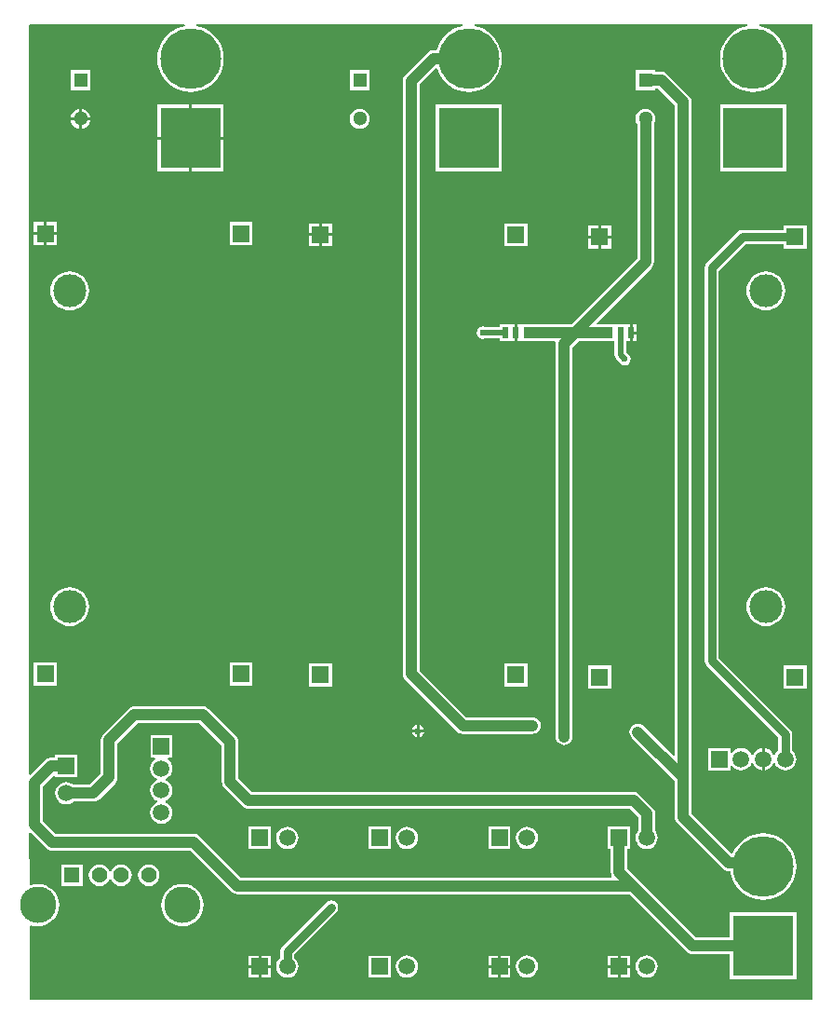
<source format=gbl>
G04*
G04 #@! TF.GenerationSoftware,Altium Limited,Altium Designer,20.1.8 (145)*
G04*
G04 Layer_Physical_Order=2*
G04 Layer_Color=16711680*
%FSLAX25Y25*%
%MOIN*%
G70*
G04*
G04 #@! TF.SameCoordinates,1FDAB6DA-E141-4DA2-B8DD-458AA00E26A3*
G04*
G04*
G04 #@! TF.FilePolarity,Positive*
G04*
G01*
G75*
%ADD14C,0.01000*%
%ADD17C,0.01968*%
%ADD28C,0.05118*%
%ADD29R,0.05118X0.05118*%
%ADD37C,0.03937*%
%ADD38C,0.02953*%
%ADD39C,0.11811*%
%ADD40C,0.21717*%
%ADD41R,0.21717X0.21717*%
%ADD42R,0.06299X0.06299*%
%ADD43C,0.05906*%
%ADD44R,0.05906X0.05906*%
%ADD45R,0.05622X0.05622*%
%ADD46C,0.05622*%
%ADD47C,0.13055*%
%ADD48R,0.05906X0.05906*%
%ADD49C,0.02362*%
%ADD50R,0.01968X0.03937*%
G36*
X60890Y356693D02*
X60949Y356193D01*
X59316Y355801D01*
X57592Y355087D01*
X56001Y354111D01*
X54581Y352899D01*
X53369Y351480D01*
X52394Y349888D01*
X51679Y348164D01*
X51244Y346349D01*
X51097Y344488D01*
X51244Y342627D01*
X51679Y340812D01*
X52394Y339088D01*
X53369Y337496D01*
X54581Y336077D01*
X56001Y334865D01*
X57592Y333890D01*
X59316Y333175D01*
X61131Y332740D01*
X62992Y332593D01*
X64853Y332740D01*
X66668Y333175D01*
X68392Y333890D01*
X69984Y334865D01*
X71403Y336077D01*
X72615Y337496D01*
X73591Y339088D01*
X74305Y340812D01*
X74741Y342627D01*
X74887Y344488D01*
X74741Y346349D01*
X74305Y348164D01*
X73591Y349888D01*
X72615Y351480D01*
X71403Y352899D01*
X69984Y354111D01*
X68392Y355087D01*
X66668Y355801D01*
X65035Y356193D01*
X65094Y356693D01*
X160496Y356693D01*
X160555Y356193D01*
X158923Y355801D01*
X157198Y355087D01*
X155607Y354111D01*
X154187Y352899D01*
X152975Y351480D01*
X152000Y349888D01*
X151286Y348164D01*
X151122Y347482D01*
X150000D01*
X149225Y347380D01*
X148503Y347081D01*
X147883Y346605D01*
X140009Y338731D01*
X139533Y338111D01*
X139234Y337389D01*
X139132Y336614D01*
Y124409D01*
X139234Y123635D01*
X139533Y122912D01*
X140009Y122292D01*
X158513Y103788D01*
X159133Y103313D01*
X159432Y103189D01*
X159855Y103013D01*
X160630Y102911D01*
X185433D01*
X186208Y103013D01*
X186930Y103313D01*
X187550Y103788D01*
X188026Y104408D01*
X188325Y105131D01*
X188427Y105905D01*
X188325Y106680D01*
X188026Y107403D01*
X187550Y108023D01*
X186930Y108499D01*
X186208Y108798D01*
X185433Y108900D01*
X161870D01*
X145120Y125650D01*
Y335374D01*
X150783Y341037D01*
X151264Y340901D01*
X151286Y340812D01*
X152000Y339088D01*
X152975Y337496D01*
X154187Y336077D01*
X155607Y334865D01*
X157198Y333890D01*
X158923Y333175D01*
X160738Y332740D01*
X162598Y332593D01*
X164459Y332740D01*
X166274Y333175D01*
X167999Y333890D01*
X169590Y334865D01*
X171009Y336077D01*
X172222Y337496D01*
X173197Y339088D01*
X173911Y340812D01*
X174347Y342627D01*
X174493Y344488D01*
X174347Y346349D01*
X173911Y348164D01*
X173197Y349888D01*
X172222Y351480D01*
X171009Y352899D01*
X169590Y354111D01*
X167999Y355087D01*
X166274Y355801D01*
X164641Y356193D01*
X164701Y356693D01*
X262465Y356693D01*
X262524Y356193D01*
X260891Y355801D01*
X259167Y355087D01*
X257575Y354111D01*
X256156Y352899D01*
X254944Y351480D01*
X253969Y349888D01*
X253254Y348164D01*
X252818Y346349D01*
X252672Y344488D01*
X252818Y342627D01*
X253254Y340812D01*
X253969Y339088D01*
X254944Y337496D01*
X256156Y336077D01*
X257575Y334865D01*
X259167Y333890D01*
X260891Y333175D01*
X262706Y332740D01*
X264567Y332593D01*
X266428Y332740D01*
X268243Y333175D01*
X269967Y333890D01*
X271559Y334865D01*
X272978Y336077D01*
X274190Y337496D01*
X275165Y339088D01*
X275880Y340812D01*
X276315Y342627D01*
X276462Y344488D01*
X276315Y346349D01*
X275880Y348164D01*
X275165Y349888D01*
X274190Y351480D01*
X272978Y352899D01*
X271559Y354111D01*
X269967Y355087D01*
X268243Y355801D01*
X266610Y356193D01*
X266669Y356693D01*
X285827D01*
X285827Y7874D01*
X5311Y7874D01*
X5282Y34279D01*
X5782Y34617D01*
X6910Y34274D01*
X8386Y34129D01*
X9861Y34274D01*
X11280Y34705D01*
X12588Y35404D01*
X13734Y36344D01*
X14675Y37491D01*
X15374Y38798D01*
X15804Y40217D01*
X15950Y41693D01*
X15804Y43169D01*
X15374Y44587D01*
X14675Y45895D01*
X13734Y47041D01*
X12588Y47982D01*
X11280Y48681D01*
X9861Y49112D01*
X8386Y49257D01*
X6910Y49112D01*
X5766Y48764D01*
X5266Y49093D01*
X5245Y67426D01*
X5707Y67618D01*
X11269Y62056D01*
X11889Y61580D01*
X12188Y61456D01*
X12611Y61281D01*
X13386Y61179D01*
X62933D01*
X77607Y46505D01*
X78227Y46029D01*
X78949Y45730D01*
X79724Y45628D01*
X220216D01*
X240796Y25048D01*
X241416Y24572D01*
X242139Y24273D01*
X242913Y24171D01*
X256252D01*
Y15307D01*
X279969D01*
Y39024D01*
X256252D01*
Y30160D01*
X244154D01*
X223574Y50739D01*
X219530Y54783D01*
Y61795D01*
X220488D01*
Y69701D01*
X212583D01*
Y61795D01*
X213541D01*
Y53543D01*
X213643Y52768D01*
X213913Y52116D01*
X213719Y51616D01*
X80965D01*
X66290Y66290D01*
X65670Y66766D01*
X64948Y67065D01*
X64173Y67167D01*
X14626D01*
X10081Y71713D01*
Y84193D01*
X14051Y88163D01*
X14551Y87956D01*
Y87583D01*
X22457D01*
Y95488D01*
X14551D01*
Y94529D01*
X13189D01*
X12414Y94428D01*
X11991Y94252D01*
X11692Y94128D01*
X11072Y93653D01*
X5684Y88265D01*
X5222Y88456D01*
X4926Y356339D01*
X5280Y356693D01*
X60890D01*
D02*
G37*
%LPC*%
G36*
X127181Y340370D02*
X120063D01*
Y333252D01*
X127181D01*
Y340370D01*
D02*
G37*
G36*
X27181D02*
X20063D01*
Y333252D01*
X27181D01*
Y340370D01*
D02*
G37*
G36*
X24122Y326555D02*
Y323532D01*
X27146D01*
X27090Y323961D01*
X26731Y324826D01*
X26160Y325570D01*
X25417Y326140D01*
X24551Y326499D01*
X24122Y326555D01*
D02*
G37*
G36*
X23122Y326555D02*
X22693Y326499D01*
X21827Y326140D01*
X21084Y325570D01*
X20513Y324826D01*
X20155Y323961D01*
X20098Y323532D01*
X23122D01*
Y326555D01*
D02*
G37*
G36*
Y322532D02*
X20098D01*
X20155Y322102D01*
X20513Y321237D01*
X21084Y320493D01*
X21827Y319923D01*
X22693Y319564D01*
X23122Y319508D01*
Y322532D01*
D02*
G37*
G36*
X27146D02*
X24122D01*
Y319508D01*
X24551Y319564D01*
X25417Y319923D01*
X26160Y320493D01*
X26731Y321237D01*
X27090Y322102D01*
X27146Y322532D01*
D02*
G37*
G36*
X123622Y326621D02*
X122693Y326499D01*
X121827Y326140D01*
X121084Y325570D01*
X120513Y324826D01*
X120155Y323961D01*
X120032Y323031D01*
X120155Y322102D01*
X120513Y321237D01*
X121084Y320493D01*
X121827Y319923D01*
X122693Y319564D01*
X123622Y319442D01*
X124551Y319564D01*
X125417Y319923D01*
X126160Y320493D01*
X126731Y321237D01*
X127090Y322102D01*
X127212Y323031D01*
X127090Y323961D01*
X126731Y324826D01*
X126160Y325570D01*
X125417Y326140D01*
X124551Y326499D01*
X123622Y326621D01*
D02*
G37*
G36*
X74850Y328000D02*
X63492D01*
Y316642D01*
X74850D01*
Y328000D01*
D02*
G37*
G36*
X62492D02*
X51134D01*
Y316642D01*
X62492D01*
Y328000D01*
D02*
G37*
G36*
X276425D02*
X252709D01*
Y304283D01*
X276425D01*
Y328000D01*
D02*
G37*
G36*
X174457D02*
X150740D01*
Y304283D01*
X174457D01*
Y328000D01*
D02*
G37*
G36*
X74850Y315642D02*
X63492D01*
Y304283D01*
X74850D01*
Y315642D01*
D02*
G37*
G36*
X62492D02*
X51134D01*
Y304283D01*
X62492D01*
Y315642D01*
D02*
G37*
G36*
X15173Y286039D02*
X11524D01*
Y282390D01*
X15173D01*
Y286039D01*
D02*
G37*
G36*
X10524D02*
X6874D01*
Y282390D01*
X10524D01*
Y286039D01*
D02*
G37*
G36*
X113598Y285646D02*
X109949D01*
Y281996D01*
X113598D01*
Y285646D01*
D02*
G37*
G36*
X108949D02*
X105299D01*
Y281996D01*
X108949D01*
Y285646D01*
D02*
G37*
G36*
X213598Y284858D02*
X209949D01*
Y281209D01*
X213598D01*
Y284858D01*
D02*
G37*
G36*
X208949D02*
X205299D01*
Y281209D01*
X208949D01*
Y284858D01*
D02*
G37*
G36*
X85252Y286039D02*
X76953D01*
Y277740D01*
X85252D01*
Y286039D01*
D02*
G37*
G36*
X15173Y281390D02*
X11524D01*
Y277740D01*
X15173D01*
Y281390D01*
D02*
G37*
G36*
X10524D02*
X6874D01*
Y277740D01*
X10524D01*
Y281390D01*
D02*
G37*
G36*
X183677Y285646D02*
X175378D01*
Y277346D01*
X183677D01*
Y285646D01*
D02*
G37*
G36*
X113598Y280996D02*
X109949D01*
Y277346D01*
X113598D01*
Y280996D01*
D02*
G37*
G36*
X108949D02*
X105299D01*
Y277346D01*
X108949D01*
Y280996D01*
D02*
G37*
G36*
X283677Y284858D02*
X275378D01*
Y283234D01*
X260630D01*
X259664Y283041D01*
X258844Y282494D01*
X247821Y271470D01*
X247274Y270651D01*
X247081Y269685D01*
Y129134D01*
X247274Y128168D01*
X247821Y127348D01*
X273459Y101710D01*
Y96943D01*
X273165Y96717D01*
X272532Y95891D01*
X272318Y95375D01*
X271777D01*
X271563Y95891D01*
X270929Y96717D01*
X270104Y97350D01*
X269142Y97749D01*
X268610Y97819D01*
Y93898D01*
Y89977D01*
X269142Y90047D01*
X270104Y90445D01*
X270929Y91079D01*
X271563Y91904D01*
X271777Y92420D01*
X272318D01*
X272532Y91904D01*
X273165Y91079D01*
X273991Y90445D01*
X274952Y90047D01*
X275984Y89911D01*
X277016Y90047D01*
X277978Y90445D01*
X278803Y91079D01*
X279437Y91904D01*
X279835Y92866D01*
X279971Y93898D01*
X279835Y94929D01*
X279437Y95891D01*
X278803Y96717D01*
X278509Y96943D01*
Y102756D01*
X278317Y103722D01*
X277770Y104541D01*
X252131Y130180D01*
Y268639D01*
X261676Y278184D01*
X275378D01*
Y276559D01*
X283677D01*
Y284858D01*
D02*
G37*
G36*
X213598Y280209D02*
X209949D01*
Y276559D01*
X213598D01*
Y280209D01*
D02*
G37*
G36*
X208949D02*
X205299D01*
Y276559D01*
X208949D01*
Y280209D01*
D02*
G37*
G36*
X269045Y268356D02*
X267692Y268223D01*
X266390Y267828D01*
X265190Y267187D01*
X264139Y266324D01*
X263276Y265272D01*
X262635Y264073D01*
X262240Y262771D01*
X262106Y261417D01*
X262240Y260064D01*
X262635Y258762D01*
X263276Y257562D01*
X264139Y256511D01*
X265190Y255648D01*
X266390Y255007D01*
X267692Y254612D01*
X269045Y254478D01*
X270399Y254612D01*
X271701Y255007D01*
X272900Y255648D01*
X273952Y256511D01*
X274815Y257562D01*
X275456Y258762D01*
X275851Y260064D01*
X275984Y261417D01*
X275851Y262771D01*
X275456Y264073D01*
X274815Y265272D01*
X273952Y266324D01*
X272900Y267187D01*
X271701Y267828D01*
X270399Y268223D01*
X269045Y268356D01*
D02*
G37*
G36*
X19685D02*
X18331Y268223D01*
X17030Y267828D01*
X15830Y267187D01*
X14778Y266324D01*
X13916Y265272D01*
X13274Y264073D01*
X12879Y262771D01*
X12746Y261417D01*
X12879Y260064D01*
X13274Y258762D01*
X13916Y257562D01*
X14778Y256511D01*
X15830Y255648D01*
X17030Y255007D01*
X18331Y254612D01*
X19685Y254478D01*
X21039Y254612D01*
X22341Y255007D01*
X23540Y255648D01*
X24592Y256511D01*
X25455Y257562D01*
X26096Y258762D01*
X26491Y260064D01*
X26624Y261417D01*
X26491Y262771D01*
X26096Y264073D01*
X25455Y265272D01*
X24592Y266324D01*
X23540Y267187D01*
X22341Y267828D01*
X21039Y268223D01*
X19685Y268356D01*
D02*
G37*
G36*
X179027Y249425D02*
X173606D01*
Y248480D01*
X168615D01*
X168568Y248511D01*
X167717Y248680D01*
X166866Y248511D01*
X166144Y248029D01*
X165662Y247308D01*
X165493Y246457D01*
X165662Y245606D01*
X166144Y244884D01*
X166866Y244402D01*
X167717Y244233D01*
X168568Y244402D01*
X168615Y244434D01*
X173606D01*
Y243488D01*
X179027D01*
Y246457D01*
Y249425D01*
D02*
G37*
G36*
X222850D02*
X221366D01*
Y246957D01*
X222850D01*
Y249425D01*
D02*
G37*
G36*
Y245957D02*
X221366D01*
Y243488D01*
X222850D01*
Y245957D01*
D02*
G37*
G36*
X225984Y326621D02*
X225055Y326499D01*
X224189Y326140D01*
X223446Y325570D01*
X222875Y324826D01*
X222517Y323961D01*
X222394Y323031D01*
X222517Y322102D01*
X222875Y321237D01*
X222990Y321087D01*
Y272894D01*
X199547Y249451D01*
X184646D01*
X184451Y249425D01*
X180027D01*
Y246457D01*
Y243488D01*
X184451D01*
X184646Y243463D01*
X193458D01*
X193525Y243430D01*
X193872Y242963D01*
X193807Y242471D01*
Y101919D01*
X193909Y101144D01*
X194208Y100422D01*
X194684Y99802D01*
X195304Y99326D01*
X196026Y99027D01*
X196801Y98925D01*
X197576Y99027D01*
X198298Y99326D01*
X198918Y99802D01*
X199394Y100422D01*
X199693Y101144D01*
X199795Y101919D01*
Y241230D01*
X202028Y243463D01*
X211811D01*
X212006Y243488D01*
X214906D01*
Y238583D01*
X215060Y237808D01*
X215499Y237152D01*
X216438Y236212D01*
X216449Y236157D01*
X216931Y235435D01*
X217653Y234953D01*
X218504Y234784D01*
X219355Y234953D01*
X220076Y235435D01*
X220559Y236157D01*
X220728Y237008D01*
X220559Y237859D01*
X220076Y238580D01*
X219355Y239062D01*
X219300Y239073D01*
X218952Y239421D01*
Y243488D01*
X220366D01*
Y246457D01*
Y249425D01*
X212006D01*
X211811Y249451D01*
X208669D01*
X208478Y249913D01*
X228101Y269536D01*
X228577Y270157D01*
X228876Y270879D01*
X228978Y271654D01*
Y321087D01*
X229093Y321237D01*
X229452Y322102D01*
X229574Y323031D01*
X229452Y323961D01*
X229093Y324826D01*
X228523Y325570D01*
X227779Y326140D01*
X226913Y326499D01*
X225984Y326621D01*
D02*
G37*
G36*
X269045Y155364D02*
X267692Y155231D01*
X266390Y154836D01*
X265190Y154195D01*
X264139Y153332D01*
X263276Y152280D01*
X262635Y151081D01*
X262240Y149779D01*
X262106Y148425D01*
X262240Y147072D01*
X262635Y145770D01*
X263276Y144570D01*
X264139Y143519D01*
X265190Y142656D01*
X266390Y142015D01*
X267692Y141620D01*
X269045Y141486D01*
X270399Y141620D01*
X271701Y142015D01*
X272900Y142656D01*
X273952Y143519D01*
X274815Y144570D01*
X275456Y145770D01*
X275851Y147072D01*
X275984Y148425D01*
X275851Y149779D01*
X275456Y151081D01*
X274815Y152280D01*
X273952Y153332D01*
X272900Y154195D01*
X271701Y154836D01*
X270399Y155231D01*
X269045Y155364D01*
D02*
G37*
G36*
X19685D02*
X18331Y155231D01*
X17030Y154836D01*
X15830Y154195D01*
X14778Y153332D01*
X13916Y152280D01*
X13274Y151081D01*
X12879Y149779D01*
X12746Y148425D01*
X12879Y147072D01*
X13274Y145770D01*
X13916Y144570D01*
X14778Y143519D01*
X15830Y142656D01*
X17030Y142015D01*
X18331Y141620D01*
X19685Y141486D01*
X21039Y141620D01*
X22341Y142015D01*
X23540Y142656D01*
X24592Y143519D01*
X25455Y144570D01*
X26096Y145770D01*
X26491Y147072D01*
X26624Y148425D01*
X26491Y149779D01*
X26096Y151081D01*
X25455Y152280D01*
X24592Y153332D01*
X23540Y154195D01*
X22341Y154836D01*
X21039Y155231D01*
X19685Y155364D01*
D02*
G37*
G36*
X85252Y128559D02*
X76953D01*
Y120260D01*
X85252D01*
Y128559D01*
D02*
G37*
G36*
X15173D02*
X6874D01*
Y120260D01*
X15173D01*
Y128559D01*
D02*
G37*
G36*
X183677Y128165D02*
X175378D01*
Y119866D01*
X183677D01*
Y128165D01*
D02*
G37*
G36*
X113598D02*
X105299D01*
Y119866D01*
X113598D01*
Y128165D01*
D02*
G37*
G36*
X283677Y127378D02*
X275378D01*
Y119079D01*
X283677D01*
Y127378D01*
D02*
G37*
G36*
X213598D02*
X205299D01*
Y119079D01*
X213598D01*
Y127378D01*
D02*
G37*
G36*
X144988Y106061D02*
Y104437D01*
X146613D01*
X146543Y104788D01*
X146061Y105509D01*
X145339Y105992D01*
X144988Y106061D01*
D02*
G37*
G36*
X143988D02*
X143637Y105992D01*
X142916Y105509D01*
X142434Y104788D01*
X142364Y104437D01*
X143988D01*
Y106061D01*
D02*
G37*
G36*
X146613Y103437D02*
X144988D01*
Y101813D01*
X145339Y101883D01*
X146061Y102365D01*
X146543Y103086D01*
X146613Y103437D01*
D02*
G37*
G36*
X143988D02*
X142364D01*
X142434Y103086D01*
X142916Y102365D01*
X143637Y101883D01*
X143988Y101813D01*
Y103437D01*
D02*
G37*
G36*
X260236Y97885D02*
X259204Y97749D01*
X258243Y97350D01*
X257417Y96717D01*
X256815Y95932D01*
X256759Y95932D01*
X256315Y96267D01*
Y97850D01*
X248410D01*
Y89945D01*
X256315D01*
Y91528D01*
X256759Y91864D01*
X256815Y91863D01*
X257417Y91079D01*
X258243Y90445D01*
X259204Y90047D01*
X260236Y89911D01*
X261268Y90047D01*
X262230Y90445D01*
X263055Y91079D01*
X263689Y91904D01*
X263903Y92420D01*
X264444D01*
X264657Y91904D01*
X265291Y91079D01*
X266117Y90445D01*
X267078Y90047D01*
X267610Y89977D01*
Y93898D01*
Y97819D01*
X267078Y97749D01*
X266117Y97350D01*
X265291Y96717D01*
X264657Y95891D01*
X264444Y95375D01*
X263903D01*
X263689Y95891D01*
X263055Y96717D01*
X262230Y97350D01*
X261268Y97749D01*
X260236Y97885D01*
D02*
G37*
G36*
X229543Y340370D02*
X222425D01*
Y333252D01*
X229543D01*
Y333817D01*
X230453D01*
X236376Y327894D01*
Y95283D01*
X235914Y95092D01*
X225345Y105660D01*
X224725Y106136D01*
X224003Y106435D01*
X223228Y106537D01*
X222453Y106435D01*
X221731Y106136D01*
X221111Y105660D01*
X220635Y105040D01*
X220336Y104318D01*
X220234Y103543D01*
X220336Y102768D01*
X220635Y102046D01*
X221111Y101426D01*
X236376Y86161D01*
Y73228D01*
X236478Y72453D01*
X236777Y71731D01*
X237253Y71111D01*
X253635Y54729D01*
X254255Y54254D01*
X254554Y54130D01*
X254977Y53954D01*
X255752Y53852D01*
X256346D01*
X256362Y53651D01*
X256798Y51836D01*
X257512Y50112D01*
X258487Y48520D01*
X259699Y47101D01*
X261119Y45889D01*
X262710Y44913D01*
X264435Y44199D01*
X266249Y43763D01*
X268110Y43617D01*
X269971Y43763D01*
X271786Y44199D01*
X273510Y44913D01*
X275102Y45889D01*
X276521Y47101D01*
X277733Y48520D01*
X278709Y50112D01*
X279423Y51836D01*
X279859Y53651D01*
X280005Y55512D01*
X279859Y57373D01*
X279423Y59188D01*
X278709Y60912D01*
X277733Y62503D01*
X276521Y63923D01*
X275102Y65135D01*
X273510Y66110D01*
X271786Y66825D01*
X269971Y67260D01*
X268110Y67407D01*
X266249Y67260D01*
X264435Y66825D01*
X262710Y66110D01*
X261119Y65135D01*
X259699Y63923D01*
X258487Y62503D01*
X257512Y60912D01*
X257253Y60287D01*
X256663Y60170D01*
X242364Y74469D01*
Y87402D01*
Y329134D01*
X242262Y329909D01*
X241963Y330631D01*
X241487Y331251D01*
X233810Y338928D01*
X233190Y339404D01*
X232468Y339703D01*
X231693Y339805D01*
X229543D01*
Y340370D01*
D02*
G37*
G36*
X56512Y102378D02*
X48606D01*
Y94472D01*
X50190D01*
X50525Y94028D01*
X50525Y93972D01*
X49740Y93370D01*
X49106Y92545D01*
X48708Y91583D01*
X48572Y90551D01*
X48708Y89519D01*
X49106Y88558D01*
X49740Y87732D01*
X50566Y87098D01*
X51082Y86885D01*
Y86344D01*
X50566Y86130D01*
X49740Y85496D01*
X49106Y84671D01*
X48708Y83709D01*
X48572Y82677D01*
X48708Y81645D01*
X49106Y80684D01*
X49740Y79858D01*
X50566Y79224D01*
X51082Y79011D01*
Y78470D01*
X50566Y78256D01*
X49740Y77622D01*
X49106Y76797D01*
X48708Y75835D01*
X48572Y74803D01*
X48708Y73771D01*
X49106Y72810D01*
X49740Y71984D01*
X50566Y71350D01*
X51527Y70952D01*
X52559Y70816D01*
X53591Y70952D01*
X54553Y71350D01*
X55378Y71984D01*
X56012Y72810D01*
X56410Y73771D01*
X56546Y74803D01*
X56410Y75835D01*
X56012Y76797D01*
X55378Y77622D01*
X54553Y78256D01*
X54037Y78470D01*
Y79011D01*
X54553Y79224D01*
X55378Y79858D01*
X56012Y80684D01*
X56410Y81645D01*
X56546Y82677D01*
X56410Y83709D01*
X56012Y84671D01*
X55378Y85496D01*
X54553Y86130D01*
X54037Y86344D01*
Y86885D01*
X54553Y87098D01*
X55378Y87732D01*
X56012Y88558D01*
X56410Y89519D01*
X56546Y90551D01*
X56410Y91583D01*
X56012Y92545D01*
X55378Y93370D01*
X54593Y93972D01*
X54593Y94028D01*
X54928Y94472D01*
X56512D01*
Y102378D01*
D02*
G37*
G36*
X177575Y69701D02*
X169669D01*
Y61795D01*
X177575D01*
Y69701D01*
D02*
G37*
G36*
X134661D02*
X126756D01*
Y61795D01*
X134661D01*
Y69701D01*
D02*
G37*
G36*
X91748D02*
X83842D01*
Y61795D01*
X91748D01*
Y69701D01*
D02*
G37*
G36*
X67323Y112837D02*
X42913D01*
X42138Y112735D01*
X41715Y112559D01*
X41416Y112435D01*
X40796Y111960D01*
X31741Y102905D01*
X31265Y102285D01*
X30966Y101562D01*
X30864Y100787D01*
Y88642D01*
X26909Y84687D01*
X21095D01*
X20497Y85146D01*
X19536Y85544D01*
X18504Y85680D01*
X17472Y85544D01*
X16511Y85146D01*
X15685Y84512D01*
X15051Y83686D01*
X14653Y82725D01*
X14517Y81693D01*
X14653Y80661D01*
X15051Y79699D01*
X15685Y78874D01*
X16511Y78240D01*
X17472Y77842D01*
X18504Y77706D01*
X19536Y77842D01*
X20497Y78240D01*
X21095Y78699D01*
X28150D01*
X28925Y78801D01*
X29647Y79100D01*
X30267Y79576D01*
X35975Y85284D01*
X36451Y85905D01*
X36750Y86627D01*
X36852Y87402D01*
Y99547D01*
X44154Y106848D01*
X66083D01*
X74171Y98760D01*
Y85827D01*
X74273Y85052D01*
X74572Y84330D01*
X75048Y83710D01*
X81741Y77017D01*
X82361Y76541D01*
X83083Y76242D01*
X83858Y76140D01*
X220413D01*
X223384Y73169D01*
Y68339D01*
X222925Y67742D01*
X222527Y66780D01*
X222391Y65748D01*
X222527Y64716D01*
X222925Y63755D01*
X223559Y62929D01*
X224384Y62295D01*
X225346Y61897D01*
X226378Y61761D01*
X227410Y61897D01*
X228371Y62295D01*
X229197Y62929D01*
X229831Y63755D01*
X230229Y64716D01*
X230365Y65748D01*
X230229Y66780D01*
X229831Y67742D01*
X229372Y68339D01*
Y74410D01*
X229270Y75184D01*
X228971Y75906D01*
X228495Y76527D01*
X223771Y81251D01*
X223151Y81727D01*
X222428Y82026D01*
X221654Y82128D01*
X85098D01*
X80159Y87067D01*
Y100000D01*
X80057Y100775D01*
X79758Y101497D01*
X79282Y102117D01*
X69440Y111960D01*
X68820Y112435D01*
X68098Y112735D01*
X67323Y112837D01*
D02*
G37*
G36*
X183465Y69735D02*
X182433Y69599D01*
X181471Y69201D01*
X180645Y68567D01*
X180012Y67742D01*
X179614Y66780D01*
X179478Y65748D01*
X179614Y64716D01*
X180012Y63755D01*
X180645Y62929D01*
X181471Y62295D01*
X182433Y61897D01*
X183465Y61761D01*
X184496Y61897D01*
X185458Y62295D01*
X186284Y62929D01*
X186917Y63755D01*
X187316Y64716D01*
X187451Y65748D01*
X187316Y66780D01*
X186917Y67742D01*
X186284Y68567D01*
X185458Y69201D01*
X184496Y69599D01*
X183465Y69735D01*
D02*
G37*
G36*
X140551D02*
X139519Y69599D01*
X138558Y69201D01*
X137732Y68567D01*
X137099Y67742D01*
X136700Y66780D01*
X136564Y65748D01*
X136700Y64716D01*
X137099Y63755D01*
X137732Y62929D01*
X138558Y62295D01*
X139519Y61897D01*
X140551Y61761D01*
X141583Y61897D01*
X142545Y62295D01*
X143370Y62929D01*
X144004Y63755D01*
X144402Y64716D01*
X144538Y65748D01*
X144402Y66780D01*
X144004Y67742D01*
X143370Y68567D01*
X142545Y69201D01*
X141583Y69599D01*
X140551Y69735D01*
D02*
G37*
G36*
X97638D02*
X96606Y69599D01*
X95644Y69201D01*
X94819Y68567D01*
X94185Y67742D01*
X93787Y66780D01*
X93651Y65748D01*
X93787Y64716D01*
X94185Y63755D01*
X94819Y62929D01*
X95644Y62295D01*
X96606Y61897D01*
X97638Y61761D01*
X98670Y61897D01*
X99631Y62295D01*
X100457Y62929D01*
X101091Y63755D01*
X101489Y64716D01*
X101625Y65748D01*
X101489Y66780D01*
X101091Y67742D01*
X100457Y68567D01*
X99631Y69201D01*
X98670Y69599D01*
X97638Y69735D01*
D02*
G37*
G36*
X38189Y56206D02*
X37194Y56075D01*
X36267Y55691D01*
X35471Y55080D01*
X34860Y54284D01*
X34512Y53443D01*
X34252Y53397D01*
X33992Y53443D01*
X33644Y54284D01*
X33033Y55080D01*
X32237Y55691D01*
X31310Y56075D01*
X30315Y56206D01*
X29320Y56075D01*
X28393Y55691D01*
X27597Y55080D01*
X26986Y54284D01*
X26602Y53357D01*
X26471Y52362D01*
X26602Y51367D01*
X26986Y50440D01*
X27597Y49644D01*
X28393Y49033D01*
X29320Y48649D01*
X30315Y48518D01*
X31310Y48649D01*
X32237Y49033D01*
X33033Y49644D01*
X33644Y50440D01*
X33992Y51281D01*
X34252Y51328D01*
X34512Y51281D01*
X34860Y50440D01*
X35471Y49644D01*
X36267Y49033D01*
X37194Y48649D01*
X38189Y48518D01*
X39184Y48649D01*
X40111Y49033D01*
X40907Y49644D01*
X41518Y50440D01*
X41902Y51367D01*
X42033Y52362D01*
X41902Y53357D01*
X41518Y54284D01*
X40907Y55080D01*
X40111Y55691D01*
X39184Y56075D01*
X38189Y56206D01*
D02*
G37*
G36*
X24284Y56173D02*
X16661D01*
Y48551D01*
X24284D01*
Y56173D01*
D02*
G37*
G36*
X48031Y56206D02*
X47037Y56075D01*
X46110Y55691D01*
X45314Y55080D01*
X44703Y54284D01*
X44319Y53357D01*
X44188Y52362D01*
X44319Y51367D01*
X44703Y50440D01*
X45314Y49644D01*
X46110Y49033D01*
X47037Y48649D01*
X48031Y48518D01*
X49026Y48649D01*
X49953Y49033D01*
X50749Y49644D01*
X51360Y50440D01*
X51744Y51367D01*
X51875Y52362D01*
X51744Y53357D01*
X51360Y54284D01*
X50749Y55080D01*
X49953Y55691D01*
X49026Y56075D01*
X48031Y56206D01*
D02*
G37*
G36*
X60118Y49257D02*
X58642Y49112D01*
X57223Y48681D01*
X55916Y47982D01*
X54770Y47041D01*
X53829Y45895D01*
X53130Y44587D01*
X52700Y43169D01*
X52554Y41693D01*
X52700Y40217D01*
X53130Y38798D01*
X53829Y37491D01*
X54770Y36344D01*
X55916Y35404D01*
X57223Y34705D01*
X58642Y34274D01*
X60118Y34129D01*
X61594Y34274D01*
X63013Y34705D01*
X64320Y35404D01*
X65467Y36344D01*
X66407Y37491D01*
X67106Y38798D01*
X67537Y40217D01*
X67682Y41693D01*
X67537Y43169D01*
X67106Y44587D01*
X66407Y45895D01*
X65467Y47041D01*
X64320Y47982D01*
X63013Y48681D01*
X61594Y49112D01*
X60118Y49257D01*
D02*
G37*
G36*
X220488Y23637D02*
X217035D01*
Y20185D01*
X220488D01*
Y23637D01*
D02*
G37*
G36*
X216035D02*
X212583D01*
Y20185D01*
X216035D01*
Y23637D01*
D02*
G37*
G36*
X91748D02*
X88295D01*
Y20185D01*
X91748D01*
Y23637D01*
D02*
G37*
G36*
X87295D02*
X83842D01*
Y20185D01*
X87295D01*
Y23637D01*
D02*
G37*
G36*
X177575D02*
X174122D01*
Y20185D01*
X177575D01*
Y23637D01*
D02*
G37*
G36*
X173122D02*
X169669D01*
Y20185D01*
X173122D01*
Y23637D01*
D02*
G37*
G36*
X220488Y19184D02*
X217035D01*
Y15732D01*
X220488D01*
Y19184D01*
D02*
G37*
G36*
X216035D02*
X212583D01*
Y15732D01*
X216035D01*
Y19184D01*
D02*
G37*
G36*
X177575Y19184D02*
X174122D01*
Y15732D01*
X177575D01*
Y19184D01*
D02*
G37*
G36*
X173122D02*
X169669D01*
Y15732D01*
X173122D01*
Y19184D01*
D02*
G37*
G36*
X134661Y23637D02*
X126756D01*
Y15732D01*
X134661D01*
Y23637D01*
D02*
G37*
G36*
X91748Y19184D02*
X88295D01*
Y15732D01*
X91748D01*
Y19184D01*
D02*
G37*
G36*
X87295D02*
X83842D01*
Y15732D01*
X87295D01*
Y19184D01*
D02*
G37*
G36*
X226378Y23671D02*
X225346Y23536D01*
X224384Y23137D01*
X223559Y22504D01*
X222925Y21678D01*
X222527Y20716D01*
X222391Y19684D01*
X222527Y18653D01*
X222925Y17691D01*
X223559Y16865D01*
X224384Y16232D01*
X225346Y15834D01*
X226378Y15698D01*
X227410Y15834D01*
X228371Y16232D01*
X229197Y16865D01*
X229831Y17691D01*
X230229Y18653D01*
X230365Y19684D01*
X230229Y20716D01*
X229831Y21678D01*
X229197Y22504D01*
X228371Y23137D01*
X227410Y23536D01*
X226378Y23671D01*
D02*
G37*
G36*
X183465D02*
X182433Y23536D01*
X181471Y23137D01*
X180645Y22504D01*
X180012Y21678D01*
X179613Y20716D01*
X179478Y19684D01*
X179613Y18653D01*
X180012Y17691D01*
X180645Y16865D01*
X181471Y16232D01*
X182433Y15834D01*
X183465Y15698D01*
X184496Y15834D01*
X185458Y16232D01*
X186284Y16865D01*
X186917Y17691D01*
X187316Y18653D01*
X187451Y19684D01*
X187316Y20716D01*
X186917Y21678D01*
X186284Y22504D01*
X185458Y23137D01*
X184496Y23536D01*
X183465Y23671D01*
D02*
G37*
G36*
X140551D02*
X139519Y23536D01*
X138558Y23137D01*
X137732Y22504D01*
X137099Y21678D01*
X136700Y20716D01*
X136564Y19684D01*
X136700Y18653D01*
X137099Y17691D01*
X137732Y16865D01*
X138558Y16232D01*
X139519Y15834D01*
X140551Y15698D01*
X141583Y15834D01*
X142545Y16232D01*
X143370Y16865D01*
X144004Y17691D01*
X144402Y18653D01*
X144538Y19684D01*
X144402Y20716D01*
X144004Y21678D01*
X143370Y22504D01*
X142545Y23137D01*
X141583Y23536D01*
X140551Y23671D01*
D02*
G37*
G36*
X113386Y43470D02*
X112420Y43278D01*
X111600Y42730D01*
X95852Y26982D01*
X95305Y26163D01*
X95113Y25197D01*
Y22729D01*
X94819Y22504D01*
X94185Y21678D01*
X93787Y20716D01*
X93651Y19684D01*
X93787Y18653D01*
X94185Y17691D01*
X94819Y16865D01*
X95644Y16232D01*
X96606Y15834D01*
X97638Y15698D01*
X98670Y15834D01*
X99631Y16232D01*
X100457Y16865D01*
X101091Y17691D01*
X101489Y18653D01*
X101625Y19684D01*
X101489Y20716D01*
X101091Y21678D01*
X100457Y22504D01*
X100163Y22729D01*
Y24151D01*
X115171Y39160D01*
X115718Y39979D01*
X115911Y40945D01*
X115718Y41911D01*
X115171Y42730D01*
X114352Y43278D01*
X113386Y43470D01*
D02*
G37*
%LPD*%
D14*
X218504Y237008D02*
Y237008D01*
X212598Y246850D02*
X212992Y246457D01*
X266776Y56846D02*
X268110Y55512D01*
X226378Y65748D02*
X226378Y65748D01*
D17*
X167717Y246457D02*
X175591D01*
X216929Y238583D02*
Y246457D01*
Y238583D02*
X218504Y237008D01*
D28*
X23622Y323031D02*
D03*
X123622D02*
D03*
X225984D02*
D03*
D29*
X23622Y336811D02*
D03*
X123622D02*
D03*
X225984D02*
D03*
D37*
X200787Y246457D02*
X211811D01*
X239370Y73228D02*
Y87402D01*
Y73228D02*
X255752Y56846D01*
X239370Y87402D02*
Y329134D01*
X223228Y103543D02*
X239370Y87402D01*
X196801Y242471D02*
X200787Y246457D01*
X160630Y105905D02*
X185433D01*
X142126Y124409D02*
Y336614D01*
Y124409D02*
X160630Y105905D01*
X142126Y336614D02*
X150000Y344488D01*
X162598D01*
X196801Y101919D02*
Y242471D01*
X225984Y336811D02*
X231693D01*
X239370Y329134D01*
X184646Y246457D02*
X200787D01*
X225984Y271654D02*
Y323031D01*
X200787Y246457D02*
X225984Y271654D01*
X255752Y56846D02*
X266776D01*
X221457Y48622D02*
X242913Y27165D01*
X216535Y53543D02*
X221457Y48622D01*
X79724D02*
X221457D01*
X64173Y64173D02*
X79724Y48622D01*
X13386Y64173D02*
X64173D01*
X7087Y70473D02*
Y85433D01*
Y70473D02*
X13386Y64173D01*
X7087Y85433D02*
X13189Y91535D01*
X18504D01*
X67323Y109843D02*
X77165Y100000D01*
X42913Y109843D02*
X67323D01*
X77165Y85827D02*
Y100000D01*
X33858Y87402D02*
Y100787D01*
X42913Y109843D01*
X77165Y85827D02*
X83858Y79134D01*
X18504Y81693D02*
X28150D01*
X33858Y87402D01*
X83858Y79134D02*
X221654D01*
X226378Y65748D02*
Y74410D01*
X221654Y79134D02*
X226378Y74410D01*
X242913Y27165D02*
X268110D01*
X216535Y53543D02*
Y65748D01*
D38*
X249606Y129134D02*
Y269685D01*
X260630Y280709D02*
X279528D01*
X249606Y269685D02*
X260630Y280709D01*
X249606Y129134D02*
X275984Y102756D01*
X97638Y25197D02*
X113386Y40945D01*
X97638Y19684D02*
Y25197D01*
X275984Y93898D02*
Y102756D01*
D39*
X269045Y148425D02*
D03*
Y261417D02*
D03*
X19685Y148425D02*
D03*
Y261417D02*
D03*
D40*
X268110Y55512D02*
D03*
X62992Y344488D02*
D03*
X162598D02*
D03*
X264567D02*
D03*
D41*
X268110Y27165D02*
D03*
X62992Y316142D02*
D03*
X162598D02*
D03*
X264567D02*
D03*
D42*
X109449Y281496D02*
D03*
Y124016D02*
D03*
X179528Y281496D02*
D03*
Y124016D02*
D03*
X279528Y123228D02*
D03*
Y280709D02*
D03*
X209449Y123228D02*
D03*
Y280709D02*
D03*
X11024Y281890D02*
D03*
Y124409D02*
D03*
X81102Y281890D02*
D03*
Y124409D02*
D03*
D43*
X52559Y74803D02*
D03*
Y90551D02*
D03*
Y82677D02*
D03*
X97638Y65748D02*
D03*
X140551Y19684D02*
D03*
X97638D02*
D03*
X275984Y93898D02*
D03*
X260236D02*
D03*
X268110D02*
D03*
X140551Y65748D02*
D03*
X183465D02*
D03*
X226378D02*
D03*
X18504Y81693D02*
D03*
X226378Y19684D02*
D03*
X183465D02*
D03*
D44*
X52559Y98425D02*
D03*
X87795Y65748D02*
D03*
X130709Y19684D02*
D03*
X87795D02*
D03*
X130709Y65748D02*
D03*
X173622D02*
D03*
X216535D02*
D03*
X216535Y19684D02*
D03*
X173622D02*
D03*
D45*
X20472Y52362D02*
D03*
D46*
X30315D02*
D03*
X38189D02*
D03*
X48031D02*
D03*
D47*
X8386Y41693D02*
D03*
X60118D02*
D03*
D48*
X252362Y93898D02*
D03*
X18504Y91535D02*
D03*
D49*
X167717Y246457D02*
D03*
X144488Y103937D02*
D03*
X113386Y40945D02*
D03*
X218504Y237008D02*
D03*
X223228Y103543D02*
D03*
X185433Y105905D02*
D03*
X196801Y101919D02*
D03*
D50*
X183465Y246457D02*
D03*
X179527D02*
D03*
X175591D02*
D03*
X212992D02*
D03*
X216929D02*
D03*
X220866D02*
D03*
M02*

</source>
